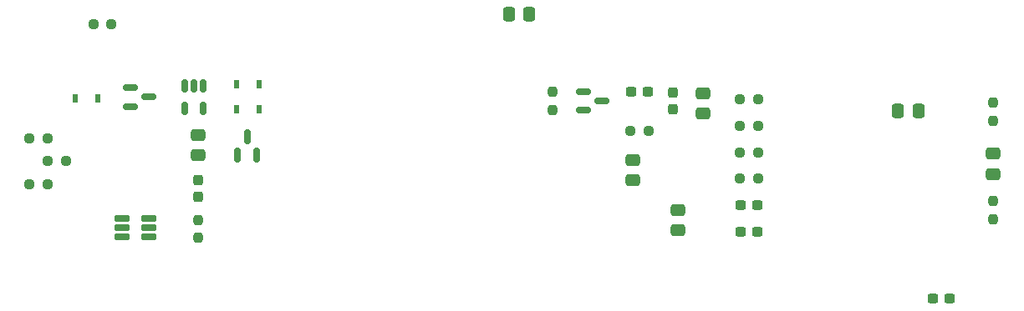
<source format=gbr>
%TF.GenerationSoftware,KiCad,Pcbnew,8.0.0*%
%TF.CreationDate,2024-12-15T19:06:57+00:00*%
%TF.ProjectId,main-board,6d61696e-2d62-46f6-9172-642e6b696361,rev?*%
%TF.SameCoordinates,Original*%
%TF.FileFunction,Paste,Bot*%
%TF.FilePolarity,Positive*%
%FSLAX46Y46*%
G04 Gerber Fmt 4.6, Leading zero omitted, Abs format (unit mm)*
G04 Created by KiCad (PCBNEW 8.0.0) date 2024-12-15 19:06:57*
%MOMM*%
%LPD*%
G01*
G04 APERTURE LIST*
G04 Aperture macros list*
%AMRoundRect*
0 Rectangle with rounded corners*
0 $1 Rounding radius*
0 $2 $3 $4 $5 $6 $7 $8 $9 X,Y pos of 4 corners*
0 Add a 4 corners polygon primitive as box body*
4,1,4,$2,$3,$4,$5,$6,$7,$8,$9,$2,$3,0*
0 Add four circle primitives for the rounded corners*
1,1,$1+$1,$2,$3*
1,1,$1+$1,$4,$5*
1,1,$1+$1,$6,$7*
1,1,$1+$1,$8,$9*
0 Add four rect primitives between the rounded corners*
20,1,$1+$1,$2,$3,$4,$5,0*
20,1,$1+$1,$4,$5,$6,$7,0*
20,1,$1+$1,$6,$7,$8,$9,0*
20,1,$1+$1,$8,$9,$2,$3,0*%
G04 Aperture macros list end*
%ADD10RoundRect,0.250000X-0.475000X0.337500X-0.475000X-0.337500X0.475000X-0.337500X0.475000X0.337500X0*%
%ADD11RoundRect,0.237500X-0.250000X-0.237500X0.250000X-0.237500X0.250000X0.237500X-0.250000X0.237500X0*%
%ADD12RoundRect,0.150000X-0.150000X0.512500X-0.150000X-0.512500X0.150000X-0.512500X0.150000X0.512500X0*%
%ADD13RoundRect,0.250000X0.475000X-0.337500X0.475000X0.337500X-0.475000X0.337500X-0.475000X-0.337500X0*%
%ADD14RoundRect,0.237500X-0.237500X0.250000X-0.237500X-0.250000X0.237500X-0.250000X0.237500X0.250000X0*%
%ADD15RoundRect,0.250000X0.337500X0.475000X-0.337500X0.475000X-0.337500X-0.475000X0.337500X-0.475000X0*%
%ADD16RoundRect,0.162500X0.617500X0.162500X-0.617500X0.162500X-0.617500X-0.162500X0.617500X-0.162500X0*%
%ADD17R,0.630000X0.830000*%
%ADD18RoundRect,0.150000X0.150000X-0.587500X0.150000X0.587500X-0.150000X0.587500X-0.150000X-0.587500X0*%
%ADD19RoundRect,0.237500X-0.300000X-0.237500X0.300000X-0.237500X0.300000X0.237500X-0.300000X0.237500X0*%
%ADD20RoundRect,0.237500X0.250000X0.237500X-0.250000X0.237500X-0.250000X-0.237500X0.250000X-0.237500X0*%
%ADD21RoundRect,0.250000X-0.337500X-0.475000X0.337500X-0.475000X0.337500X0.475000X-0.337500X0.475000X0*%
%ADD22RoundRect,0.237500X0.237500X-0.250000X0.237500X0.250000X-0.237500X0.250000X-0.237500X-0.250000X0*%
%ADD23RoundRect,0.237500X0.300000X0.237500X-0.300000X0.237500X-0.300000X-0.237500X0.300000X-0.237500X0*%
%ADD24RoundRect,0.150000X-0.587500X-0.150000X0.587500X-0.150000X0.587500X0.150000X-0.587500X0.150000X0*%
%ADD25RoundRect,0.237500X0.237500X-0.300000X0.237500X0.300000X-0.237500X0.300000X-0.237500X-0.300000X0*%
G04 APERTURE END LIST*
D10*
%TO.C,C16*%
X67800000Y-97362500D03*
X67800000Y-99437500D03*
%TD*%
D11*
%TO.C,R9*%
X122687500Y-96400000D03*
X124512500Y-96400000D03*
%TD*%
D12*
%TO.C,U5*%
X66437500Y-92375000D03*
X67387500Y-92375000D03*
X68337500Y-92375000D03*
X68337500Y-94650000D03*
X66437500Y-94650000D03*
%TD*%
D13*
%TO.C,C1*%
X148300000Y-101337500D03*
X148300000Y-99262500D03*
%TD*%
D14*
%TO.C,R12*%
X103700000Y-92987500D03*
X103700000Y-94812500D03*
%TD*%
D15*
%TO.C,C3*%
X140737500Y-94900000D03*
X138662500Y-94900000D03*
%TD*%
D16*
%TO.C,U7*%
X62800000Y-105825000D03*
X62800000Y-106775000D03*
X62800000Y-107725000D03*
X60100000Y-107725000D03*
X60100000Y-106775000D03*
X60100000Y-105825000D03*
%TD*%
D17*
%TO.C,D9*%
X71650000Y-94700000D03*
X73950000Y-94700000D03*
%TD*%
D18*
%TO.C,Q7*%
X73700000Y-99400000D03*
X71800000Y-99400000D03*
X72750000Y-97525000D03*
%TD*%
D17*
%TO.C,D8*%
X71650000Y-92200000D03*
X73950000Y-92200000D03*
%TD*%
D19*
%TO.C,R19*%
X142175000Y-114000000D03*
X143900000Y-114000000D03*
%TD*%
D20*
%TO.C,R7*%
X54412500Y-100000000D03*
X52587500Y-100000000D03*
%TD*%
%TO.C,R17*%
X124512500Y-101800000D03*
X122687500Y-101800000D03*
%TD*%
D14*
%TO.C,R2*%
X148312500Y-94087500D03*
X148312500Y-95912500D03*
%TD*%
D21*
%TO.C,C12*%
X99262500Y-85100000D03*
X101337500Y-85100000D03*
%TD*%
D22*
%TO.C,R34*%
X67800000Y-107812500D03*
X67800000Y-105987500D03*
%TD*%
D23*
%TO.C,R22*%
X124462500Y-104500000D03*
X122737500Y-104500000D03*
%TD*%
D20*
%TO.C,R11*%
X124512500Y-93700000D03*
X122687500Y-93700000D03*
%TD*%
%TO.C,R1*%
X52512500Y-97700000D03*
X50687500Y-97700000D03*
%TD*%
D22*
%TO.C,R5*%
X148312500Y-105912500D03*
X148312500Y-104087500D03*
%TD*%
D24*
%TO.C,Q2*%
X106825000Y-94850000D03*
X106825000Y-92950000D03*
X108700000Y-93900000D03*
%TD*%
D25*
%TO.C,R14*%
X115900000Y-94762500D03*
X115900000Y-93037500D03*
%TD*%
D17*
%TO.C,D10*%
X57650000Y-93600000D03*
X55350000Y-93600000D03*
%TD*%
D11*
%TO.C,R8*%
X50687500Y-102400000D03*
X52512500Y-102400000D03*
%TD*%
D23*
%TO.C,R21*%
X124462500Y-107200000D03*
X122737500Y-107200000D03*
%TD*%
D19*
%TO.C,R13*%
X111637500Y-93000000D03*
X113362500Y-93000000D03*
%TD*%
D24*
%TO.C,Q6*%
X60925000Y-94450000D03*
X60925000Y-92550000D03*
X62800000Y-93500000D03*
%TD*%
D20*
%TO.C,R30*%
X59012500Y-86100000D03*
X57187500Y-86100000D03*
%TD*%
%TO.C,R18*%
X124512500Y-99100000D03*
X122687500Y-99100000D03*
%TD*%
%TO.C,R16*%
X113412500Y-96900000D03*
X111587500Y-96900000D03*
%TD*%
D10*
%TO.C,C7*%
X116400000Y-104962500D03*
X116400000Y-107037500D03*
%TD*%
D25*
%TO.C,C18*%
X67800000Y-103662500D03*
X67800000Y-101937500D03*
%TD*%
D10*
%TO.C,C6*%
X118900000Y-93100000D03*
X118900000Y-95175000D03*
%TD*%
D13*
%TO.C,C8*%
X111800000Y-101937500D03*
X111800000Y-99862500D03*
%TD*%
M02*

</source>
